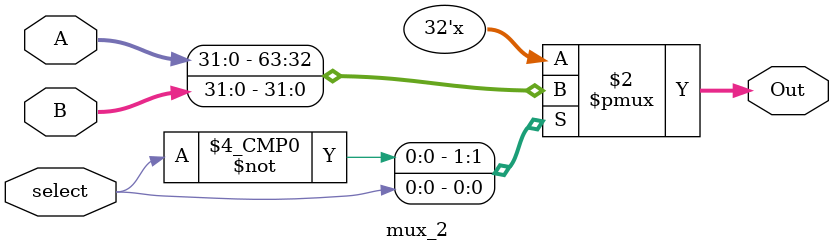
<source format=v>
module mux_2(
  input wire [31:0] A,     // Entrada A de 32 bits
  input wire [31:0] B,     // Entrada B de 32 bits
  input wire select,       // Señal de selección
  output reg [31:0] Out    // Salida de 32 bits
);

  // Bloque combinacional, se ejecuta siempre que select, A o B cambian
  always @(*) begin
    case(select)
      1'b0: Out = A;       // Si select es 0, salida es A
      1'b1: Out = B;       // Si select es 1, salida es B
    endcase
  end

endmodule

</source>
